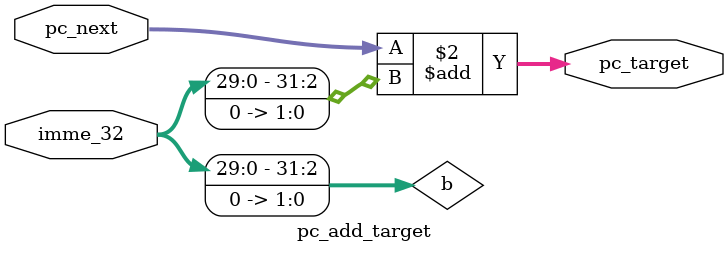
<source format=v>
`timescale 1ns / 1ps


module pc_add_target #(
    parameter WIDTH_I = 32
) (
    pc_next,
    imme_32,
    pc_target
    );

    input   [WIDTH_I-1:0]           imme_32;
    input   [WIDTH_I-1:0]           pc_next;
    output  [WIDTH_I-1:0]           pc_target;
    
    wire    [WIDTH_I-1:0]           a;
    wire    [WIDTH_I-1:0]           b;

    assign b = imme_32 << 2'd2;
    
    //before improvement
    assign pc_target = pc_next + b;

    /*
    //instance adder_32_bit
    adder_32_bit inst_pctarget_adder(
        .a(pc_next),
        .b(b),
        .cin(1'b0),
        .sum(pc_target)
    );    
*/

endmodule

</source>
